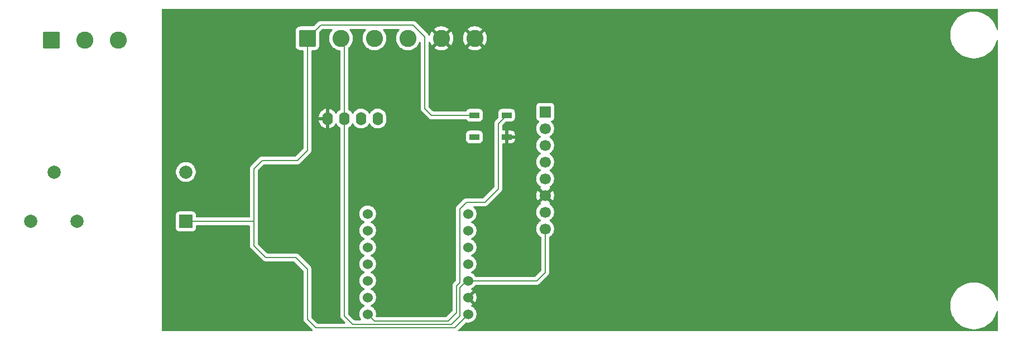
<source format=gtl>
%TF.GenerationSoftware,KiCad,Pcbnew,9.0.2*%
%TF.CreationDate,2025-08-20T17:26:38+02:00*%
%TF.ProjectId,esp32c6-charger,65737033-3263-4362-9d63-686172676572,rev?*%
%TF.SameCoordinates,Original*%
%TF.FileFunction,Copper,L1,Top*%
%TF.FilePolarity,Positive*%
%FSLAX45Y45*%
G04 Gerber Fmt 4.5, Leading zero omitted, Abs format (unit mm)*
G04 Created by KiCad (PCBNEW 9.0.2) date 2025-08-20 17:26:38*
%MOMM*%
%LPD*%
G01*
G04 APERTURE LIST*
G04 Aperture macros list*
%AMRoundRect*
0 Rectangle with rounded corners*
0 $1 Rounding radius*
0 $2 $3 $4 $5 $6 $7 $8 $9 X,Y pos of 4 corners*
0 Add a 4 corners polygon primitive as box body*
4,1,4,$2,$3,$4,$5,$6,$7,$8,$9,$2,$3,0*
0 Add four circle primitives for the rounded corners*
1,1,$1+$1,$2,$3*
1,1,$1+$1,$4,$5*
1,1,$1+$1,$6,$7*
1,1,$1+$1,$8,$9*
0 Add four rect primitives between the rounded corners*
20,1,$1+$1,$2,$3,$4,$5,0*
20,1,$1+$1,$4,$5,$6,$7,0*
20,1,$1+$1,$6,$7,$8,$9,0*
20,1,$1+$1,$8,$9,$2,$3,0*%
G04 Aperture macros list end*
%TA.AperFunction,ComponentPad*%
%ADD10O,1.600000X2.000000*%
%TD*%
%TA.AperFunction,ComponentPad*%
%ADD11R,1.700000X1.700000*%
%TD*%
%TA.AperFunction,ComponentPad*%
%ADD12C,1.700000*%
%TD*%
%TA.AperFunction,SMDPad,CuDef*%
%ADD13RoundRect,0.090000X-0.660000X-0.360000X0.660000X-0.360000X0.660000X0.360000X-0.660000X0.360000X0*%
%TD*%
%TA.AperFunction,ComponentPad*%
%ADD14C,1.524000*%
%TD*%
%TA.AperFunction,ComponentPad*%
%ADD15C,2.000000*%
%TD*%
%TA.AperFunction,ComponentPad*%
%ADD16R,2.000000X2.000000*%
%TD*%
%TA.AperFunction,ComponentPad*%
%ADD17RoundRect,0.250000X-1.050000X-1.050000X1.050000X-1.050000X1.050000X1.050000X-1.050000X1.050000X0*%
%TD*%
%TA.AperFunction,ComponentPad*%
%ADD18C,2.600000*%
%TD*%
%TA.AperFunction,Conductor*%
%ADD19C,0.200000*%
%TD*%
G04 APERTURE END LIST*
D10*
%TO.P,Brd1,1,GND*%
%TO.N,GND*%
X12776200Y-10718800D03*
%TO.P,Brd1,2,VCC*%
%TO.N,VCC*%
X13030200Y-10718800D03*
%TO.P,Brd1,3,SCL*%
%TO.N,/SCL*%
X13284200Y-10718800D03*
%TO.P,Brd1,4,SDA*%
%TO.N,/SDA*%
X13538200Y-10718800D03*
%TD*%
D11*
%TO.P,RFID1,1,SDA*%
%TO.N,/CS*%
X16078200Y-10617200D03*
D12*
%TO.P,RFID1,2,SCK*%
%TO.N,/SCK*%
X16078200Y-10871200D03*
%TO.P,RFID1,3,MOSI*%
%TO.N,/MOSI*%
X16078200Y-11125200D03*
%TO.P,RFID1,4,MISO*%
%TO.N,/MISO*%
X16078200Y-11379200D03*
%TO.P,RFID1,5,IRQ*%
%TO.N,unconnected-(RFID1-IRQ-Pad5)*%
X16078200Y-11633200D03*
%TO.P,RFID1,6,GND*%
%TO.N,GND*%
X16078200Y-11887200D03*
%TO.P,RFID1,7,RST*%
%TO.N,unconnected-(RFID1-RST-Pad7)*%
X16078200Y-12141200D03*
%TO.P,RFID1,8,3\u002C3V*%
%TO.N,VCC*%
X16078200Y-12395200D03*
%TD*%
D13*
%TO.P,D1,1,VDD*%
%TO.N,+5V*%
X15004000Y-10668200D03*
%TO.P,D1,2,DOUT*%
%TO.N,unconnected-(D1-DOUT-Pad2)*%
X15004000Y-10998200D03*
%TO.P,D1,3,VSS*%
%TO.N,GND*%
X15494000Y-10998200D03*
%TO.P,D1,4,DIN*%
%TO.N,Net-(D1-DIN)*%
X15494000Y-10668200D03*
%TD*%
D14*
%TO.P,U1,1,GPIO0/A0/D0*%
%TO.N,Net-(D1-DIN)*%
X13385800Y-13690600D03*
%TO.P,U1,2,GPIO1/A1/D1*%
%TO.N,Net-(D4-K)*%
X13385800Y-13436600D03*
%TO.P,U1,3,GPIO2/A2/D2*%
%TO.N,Net-(U1-GPIO2{slash}A2{slash}D2)*%
X13385800Y-13182600D03*
%TO.P,U1,4,GPIO21/D3*%
%TO.N,Net-(U1-GPIO21{slash}D3)*%
X13385800Y-12928600D03*
%TO.P,U1,5,GPIO22/D4/SDA*%
%TO.N,/SDA*%
X13385800Y-12674600D03*
%TO.P,U1,6,GPIO23/D5/SCL*%
%TO.N,/SCL*%
X13385800Y-12420600D03*
%TO.P,U1,7,GPIO16/D6/TX*%
%TO.N,unconnected-(U1-GPIO16{slash}D6{slash}TX-Pad7)*%
X13385800Y-12166600D03*
%TO.P,U1,8,GPIO17/D7/RX*%
%TO.N,/CS*%
X14909800Y-12166600D03*
%TO.P,U1,9,GPIO19/D8/SCK*%
%TO.N,/SCK*%
X14909800Y-12420600D03*
%TO.P,U1,10,GPIO20/D9/MISO*%
%TO.N,/MISO*%
X14909800Y-12674600D03*
%TO.P,U1,11,GPIO18/D10/MOSI*%
%TO.N,/MOSI*%
X14909800Y-12928600D03*
%TO.P,U1,12,3V3*%
%TO.N,VCC*%
X14909800Y-13182600D03*
%TO.P,U1,13,GND*%
%TO.N,GND*%
X14909800Y-13436600D03*
%TO.P,U1,14,VBUS*%
%TO.N,+5V*%
X14909800Y-13690600D03*
%TD*%
D15*
%TO.P,K1,11*%
%TO.N,Net-(J2-Pin_1)*%
X8627150Y-11531350D03*
%TO.P,K1,12*%
%TO.N,Net-(J2-Pin_3)*%
X8977150Y-12281350D03*
%TO.P,K1,14*%
%TO.N,Net-(J2-Pin_2)*%
X8277150Y-12281350D03*
D16*
%TO.P,K1,A1*%
%TO.N,+5V*%
X10627150Y-12281350D03*
D15*
%TO.P,K1,A2*%
%TO.N,Net-(D3-K)*%
X10627150Y-11531350D03*
%TD*%
D17*
%TO.P,J1,1,Pin_1*%
%TO.N,+5V*%
X12471400Y-9499600D03*
D18*
%TO.P,J1,2,Pin_2*%
%TO.N,VCC*%
X12979400Y-9499600D03*
%TO.P,J1,3,Pin_3*%
%TO.N,Net-(D2-K)*%
X13487400Y-9499600D03*
%TO.P,J1,4,Pin_4*%
%TO.N,Net-(D4-K)*%
X13995400Y-9499600D03*
%TO.P,J1,5,Pin_5*%
%TO.N,GND*%
X14503400Y-9499600D03*
%TO.P,J1,6,Pin_6*%
X15011400Y-9499600D03*
%TD*%
D17*
%TO.P,J2,1,Pin_1*%
%TO.N,Net-(J2-Pin_1)*%
X8585200Y-9525000D03*
D18*
%TO.P,J2,2,Pin_2*%
%TO.N,Net-(J2-Pin_2)*%
X9093200Y-9525000D03*
%TO.P,J2,3,Pin_3*%
%TO.N,Net-(J2-Pin_3)*%
X9601200Y-9525000D03*
%TD*%
D19*
%TO.N,VCC*%
X16078200Y-13055600D02*
X16078200Y-12395200D01*
X14655800Y-13843000D02*
X14782800Y-13716000D01*
X14782800Y-13284200D02*
X14884400Y-13182600D01*
X14782800Y-13716000D02*
X14782800Y-13284200D01*
X13030200Y-10718800D02*
X13030200Y-13716000D01*
X15951200Y-13182600D02*
X16078200Y-13055600D01*
X14884400Y-13182600D02*
X15036800Y-13182600D01*
X13157200Y-13843000D02*
X14655800Y-13843000D01*
X15036800Y-13182600D02*
X14909800Y-13182600D01*
X13030200Y-9550400D02*
X13030200Y-10718800D01*
X12979400Y-9499600D02*
X13030200Y-9550400D01*
X14909800Y-13182600D02*
X15951200Y-13182600D01*
X13030200Y-13716000D02*
X13157200Y-13843000D01*
%TO.N,Net-(J2-Pin_2)*%
X8293550Y-12281350D02*
X8305800Y-12293600D01*
X8277150Y-12281350D02*
X8293550Y-12281350D01*
%TO.N,Net-(J2-Pin_1)*%
X8585200Y-11489400D02*
X8627150Y-11531350D01*
%TO.N,+5V*%
X12471400Y-13004800D02*
X12293600Y-12827000D01*
X11658600Y-12115800D02*
X11658600Y-11480800D01*
X10627150Y-12281350D02*
X11658600Y-12281350D01*
X12471400Y-11201400D02*
X12471400Y-9499600D01*
X12319000Y-11353800D02*
X12471400Y-11201400D01*
X14909800Y-13690600D02*
X14706600Y-13893800D01*
X12471400Y-13766800D02*
X12471400Y-13004800D01*
X12598400Y-13893800D02*
X12471400Y-13766800D01*
X14071600Y-9296400D02*
X14249400Y-9474200D01*
X11658600Y-11480800D02*
X11785600Y-11353800D01*
X12293600Y-12827000D02*
X11836400Y-12827000D01*
X14249400Y-10566400D02*
X14351200Y-10668200D01*
X12471400Y-9499600D02*
X12674600Y-9296400D01*
X11836400Y-12827000D02*
X11658600Y-12649200D01*
X11658600Y-12649200D02*
X11658600Y-12115800D01*
X11658600Y-12281350D02*
X11658600Y-12115800D01*
X14351200Y-10668200D02*
X15004000Y-10668200D01*
X14249400Y-9474200D02*
X14249400Y-10566400D01*
X14706600Y-13893800D02*
X12598400Y-13893800D01*
X12674600Y-9296400D02*
X14071600Y-9296400D01*
X11785600Y-11353800D02*
X12319000Y-11353800D01*
%TO.N,Net-(D1-DIN)*%
X15494000Y-10668200D02*
X15367000Y-10795200D01*
X14782800Y-12090400D02*
X14782800Y-13208000D01*
X14732000Y-13258800D02*
X14732000Y-13665200D01*
X14732000Y-13665200D02*
X14605000Y-13792200D01*
X14782800Y-13208000D02*
X14732000Y-13258800D01*
X15367000Y-10795200D02*
X15367000Y-11785600D01*
X13487400Y-13792200D02*
X13385800Y-13690600D01*
X15367000Y-11785600D02*
X15163800Y-11988800D01*
X14605000Y-13792200D02*
X13487400Y-13792200D01*
X14884400Y-11988800D02*
X14782800Y-12090400D01*
X15163800Y-11988800D02*
X14884400Y-11988800D01*
%TD*%
%TA.AperFunction,Conductor*%
%TO.N,GND*%
G36*
X22944254Y-9052019D02*
G01*
X22948829Y-9057299D01*
X22949950Y-9062450D01*
X22949950Y-9360743D01*
X22947981Y-9367447D01*
X22942701Y-9372022D01*
X22935785Y-9373017D01*
X22929430Y-9370114D01*
X22925652Y-9364237D01*
X22925388Y-9363162D01*
X22925201Y-9362219D01*
X22925200Y-9362218D01*
X22925200Y-9362218D01*
X22925200Y-9362218D01*
X22915049Y-9328754D01*
X22901667Y-9296447D01*
X22885183Y-9265607D01*
X22865755Y-9236531D01*
X22843571Y-9209500D01*
X22843571Y-9209500D01*
X22843570Y-9209499D01*
X22818844Y-9184773D01*
X22791813Y-9162589D01*
X22791813Y-9162589D01*
X22791812Y-9162589D01*
X22762737Y-9143161D01*
X22762736Y-9143160D01*
X22762735Y-9143160D01*
X22731897Y-9126677D01*
X22731897Y-9126676D01*
X22699589Y-9113294D01*
X22666125Y-9103143D01*
X22666124Y-9103143D01*
X22631829Y-9096321D01*
X22631828Y-9096321D01*
X22605511Y-9093729D01*
X22597028Y-9092894D01*
X22562059Y-9092894D01*
X22554213Y-9093666D01*
X22527259Y-9096321D01*
X22527257Y-9096321D01*
X22492963Y-9103143D01*
X22492962Y-9103143D01*
X22459497Y-9113294D01*
X22427190Y-9126676D01*
X22427190Y-9126677D01*
X22396351Y-9143160D01*
X22396350Y-9143161D01*
X22367275Y-9162588D01*
X22367274Y-9162589D01*
X22340243Y-9184773D01*
X22315517Y-9209499D01*
X22293332Y-9236531D01*
X22293331Y-9236532D01*
X22273905Y-9265606D01*
X22273904Y-9265608D01*
X22257420Y-9296446D01*
X22257420Y-9296447D01*
X22244038Y-9328754D01*
X22233886Y-9362218D01*
X22233886Y-9362220D01*
X22227065Y-9396514D01*
X22227064Y-9396516D01*
X22224772Y-9419795D01*
X22223637Y-9431315D01*
X22223637Y-9434457D01*
X22223637Y-9466285D01*
X22224667Y-9476746D01*
X22227064Y-9501084D01*
X22227065Y-9501086D01*
X22233886Y-9535380D01*
X22233886Y-9535382D01*
X22244038Y-9568846D01*
X22248402Y-9579383D01*
X22255628Y-9596828D01*
X22257420Y-9601153D01*
X22257420Y-9601154D01*
X22273904Y-9631992D01*
X22273905Y-9631994D01*
X22293331Y-9661068D01*
X22293332Y-9661069D01*
X22315517Y-9688101D01*
X22340243Y-9712827D01*
X22340243Y-9712827D01*
X22340243Y-9712827D01*
X22367275Y-9735012D01*
X22396350Y-9754439D01*
X22396351Y-9754440D01*
X22396351Y-9754440D01*
X22427190Y-9770923D01*
X22427190Y-9770923D01*
X22427190Y-9770924D01*
X22459498Y-9784306D01*
X22492961Y-9794457D01*
X22492962Y-9794457D01*
X22492962Y-9794457D01*
X22492963Y-9794457D01*
X22514469Y-9798735D01*
X22527258Y-9801279D01*
X22562059Y-9804707D01*
X22562059Y-9804707D01*
X22597028Y-9804707D01*
X22597028Y-9804707D01*
X22631829Y-9801279D01*
X22648805Y-9797902D01*
X22666124Y-9794457D01*
X22666125Y-9794457D01*
X22666125Y-9794457D01*
X22666126Y-9794457D01*
X22699589Y-9784306D01*
X22731897Y-9770924D01*
X22762737Y-9754439D01*
X22791812Y-9735012D01*
X22818844Y-9712827D01*
X22843571Y-9688100D01*
X22865755Y-9661069D01*
X22885183Y-9631993D01*
X22901667Y-9601153D01*
X22915049Y-9568846D01*
X22925200Y-9535383D01*
X22925388Y-9534438D01*
X22928627Y-9528247D01*
X22934698Y-9524789D01*
X22941675Y-9525163D01*
X22947342Y-9529250D01*
X22949901Y-9535752D01*
X22949950Y-9536857D01*
X22949950Y-13475543D01*
X22947981Y-13482247D01*
X22942701Y-13486822D01*
X22935785Y-13487817D01*
X22929430Y-13484914D01*
X22925652Y-13479036D01*
X22925388Y-13477962D01*
X22925201Y-13477019D01*
X22925200Y-13477018D01*
X22925200Y-13477018D01*
X22925200Y-13477017D01*
X22915049Y-13443554D01*
X22901667Y-13411247D01*
X22901083Y-13410154D01*
X22885183Y-13380408D01*
X22885183Y-13380408D01*
X22885183Y-13380407D01*
X22865755Y-13351331D01*
X22843571Y-13324300D01*
X22843571Y-13324299D01*
X22843570Y-13324299D01*
X22818844Y-13299573D01*
X22791813Y-13277389D01*
X22791813Y-13277389D01*
X22791812Y-13277388D01*
X22762737Y-13257961D01*
X22762736Y-13257960D01*
X22762735Y-13257960D01*
X22731897Y-13241477D01*
X22731897Y-13241476D01*
X22699589Y-13228094D01*
X22666125Y-13217943D01*
X22666124Y-13217943D01*
X22631829Y-13211121D01*
X22631828Y-13211121D01*
X22605511Y-13208529D01*
X22597028Y-13207693D01*
X22562059Y-13207693D01*
X22554213Y-13208466D01*
X22527259Y-13211121D01*
X22527257Y-13211121D01*
X22492963Y-13217943D01*
X22492962Y-13217943D01*
X22459497Y-13228094D01*
X22427190Y-13241476D01*
X22427190Y-13241477D01*
X22396351Y-13257960D01*
X22396350Y-13257961D01*
X22367275Y-13277388D01*
X22367274Y-13277389D01*
X22340243Y-13299573D01*
X22315517Y-13324299D01*
X22293332Y-13351330D01*
X22293331Y-13351332D01*
X22273905Y-13380406D01*
X22273904Y-13380408D01*
X22257420Y-13411246D01*
X22257420Y-13411247D01*
X22244038Y-13443554D01*
X22233886Y-13477018D01*
X22233886Y-13477019D01*
X22227065Y-13511314D01*
X22227064Y-13511316D01*
X22223637Y-13546116D01*
X22223637Y-13581084D01*
X22227064Y-13615884D01*
X22227065Y-13615886D01*
X22233886Y-13650180D01*
X22233886Y-13650181D01*
X22244038Y-13683646D01*
X22253500Y-13706491D01*
X22255628Y-13711628D01*
X22257420Y-13715953D01*
X22257420Y-13715954D01*
X22273904Y-13746792D01*
X22273905Y-13746794D01*
X22293331Y-13775868D01*
X22293332Y-13775869D01*
X22315517Y-13802901D01*
X22340243Y-13827627D01*
X22340243Y-13827627D01*
X22340243Y-13827627D01*
X22367275Y-13849811D01*
X22396350Y-13869239D01*
X22396351Y-13869240D01*
X22396351Y-13869240D01*
X22427190Y-13885723D01*
X22427190Y-13885723D01*
X22427190Y-13885724D01*
X22459498Y-13899106D01*
X22492961Y-13909257D01*
X22492962Y-13909257D01*
X22492962Y-13909257D01*
X22492963Y-13909257D01*
X22514469Y-13913535D01*
X22527258Y-13916079D01*
X22562059Y-13919506D01*
X22562059Y-13919506D01*
X22597028Y-13919506D01*
X22597028Y-13919506D01*
X22631829Y-13916079D01*
X22648805Y-13912702D01*
X22666124Y-13909257D01*
X22666125Y-13909257D01*
X22666125Y-13909257D01*
X22666126Y-13909257D01*
X22699589Y-13899106D01*
X22731897Y-13885724D01*
X22762737Y-13869239D01*
X22791812Y-13849811D01*
X22818844Y-13827627D01*
X22843571Y-13802900D01*
X22865755Y-13775869D01*
X22885183Y-13746793D01*
X22901667Y-13715953D01*
X22915049Y-13683646D01*
X22925200Y-13650182D01*
X22925388Y-13649238D01*
X22928627Y-13643047D01*
X22934698Y-13639589D01*
X22941675Y-13639963D01*
X22947342Y-13644050D01*
X22949901Y-13650552D01*
X22949950Y-13651657D01*
X22949950Y-13937550D01*
X22947981Y-13944254D01*
X22942701Y-13948829D01*
X22937550Y-13949950D01*
X14765310Y-13949950D01*
X14758606Y-13947981D01*
X14754030Y-13942701D01*
X14753036Y-13935785D01*
X14755938Y-13929430D01*
X14756541Y-13928782D01*
X14799600Y-13885723D01*
X14868347Y-13816976D01*
X14874479Y-13813628D01*
X14879752Y-13813684D01*
X14879755Y-13813665D01*
X14879884Y-13813685D01*
X14880010Y-13813687D01*
X14880235Y-13813741D01*
X14880236Y-13813741D01*
X14899864Y-13816850D01*
X14899864Y-13816850D01*
X14919736Y-13816850D01*
X14919736Y-13816850D01*
X14939364Y-13813741D01*
X14958263Y-13807600D01*
X14975969Y-13798579D01*
X14992046Y-13786898D01*
X15006098Y-13772846D01*
X15017779Y-13756769D01*
X15026800Y-13739063D01*
X15032941Y-13720164D01*
X15036050Y-13700536D01*
X15036050Y-13680664D01*
X15032941Y-13661036D01*
X15027392Y-13643958D01*
X15026801Y-13642137D01*
X15026800Y-13642137D01*
X15017779Y-13624430D01*
X15011571Y-13615886D01*
X15006098Y-13608354D01*
X14992046Y-13594302D01*
X14975969Y-13582621D01*
X14960267Y-13574620D01*
X14955187Y-13569823D01*
X14953508Y-13563041D01*
X14955761Y-13556427D01*
X14960267Y-13552523D01*
X14975942Y-13544536D01*
X14979671Y-13541827D01*
X14918209Y-13480365D01*
X14926957Y-13478021D01*
X14937093Y-13472169D01*
X14945369Y-13463893D01*
X14951221Y-13453757D01*
X14953565Y-13445009D01*
X15015027Y-13506471D01*
X15017736Y-13502742D01*
X15026754Y-13485044D01*
X15032892Y-13466152D01*
X15032892Y-13466152D01*
X15036000Y-13446532D01*
X15036000Y-13426668D01*
X15032892Y-13407048D01*
X15032892Y-13407048D01*
X15026754Y-13388156D01*
X15017736Y-13370457D01*
X15015027Y-13366728D01*
X14953565Y-13428190D01*
X14951221Y-13419443D01*
X14945369Y-13409307D01*
X14937093Y-13401031D01*
X14926957Y-13395179D01*
X14918209Y-13392835D01*
X14979671Y-13331373D01*
X14975943Y-13328664D01*
X14960267Y-13320676D01*
X14955187Y-13315879D01*
X14953508Y-13309097D01*
X14955761Y-13302483D01*
X14960267Y-13298580D01*
X14975969Y-13290579D01*
X14992046Y-13278898D01*
X15006098Y-13264846D01*
X15017779Y-13248769D01*
X15017779Y-13248769D01*
X15017900Y-13248571D01*
X15017966Y-13248512D01*
X15018065Y-13248375D01*
X15018094Y-13248396D01*
X15023081Y-13243884D01*
X15028473Y-13242650D01*
X15942533Y-13242650D01*
X15942535Y-13242650D01*
X15943294Y-13242650D01*
X15959105Y-13242650D01*
X15959106Y-13242650D01*
X15974378Y-13238558D01*
X15974379Y-13238557D01*
X15974379Y-13238557D01*
X15974379Y-13238557D01*
X15979464Y-13235622D01*
X15979464Y-13235621D01*
X15988072Y-13230652D01*
X15999252Y-13219472D01*
X15999252Y-13219471D01*
X16000272Y-13218451D01*
X16000273Y-13218451D01*
X16115071Y-13103652D01*
X16115072Y-13103652D01*
X16126252Y-13092472D01*
X16131264Y-13083790D01*
X16134158Y-13078778D01*
X16138250Y-13063506D01*
X16138250Y-13047694D01*
X16138250Y-12523772D01*
X16140218Y-12517068D01*
X16145021Y-12512723D01*
X16148981Y-12510705D01*
X16148981Y-12510705D01*
X16148982Y-12510705D01*
X16159798Y-12502847D01*
X16166179Y-12498211D01*
X16166179Y-12498211D01*
X16166179Y-12498210D01*
X16181210Y-12483179D01*
X16181211Y-12483179D01*
X16181211Y-12483179D01*
X16193705Y-12465982D01*
X16193705Y-12465982D01*
X16193705Y-12465982D01*
X16203356Y-12447041D01*
X16209925Y-12426824D01*
X16213250Y-12405829D01*
X16213250Y-12384571D01*
X16209925Y-12363576D01*
X16203356Y-12343359D01*
X16193705Y-12324418D01*
X16193705Y-12324418D01*
X16193705Y-12324418D01*
X16181211Y-12307221D01*
X16166179Y-12292189D01*
X16148982Y-12279695D01*
X16148911Y-12279659D01*
X16148105Y-12279248D01*
X16143026Y-12274451D01*
X16141346Y-12267669D01*
X16143600Y-12261056D01*
X16148105Y-12257151D01*
X16148982Y-12256705D01*
X16159798Y-12248847D01*
X16166179Y-12244211D01*
X16166179Y-12244211D01*
X16166179Y-12244210D01*
X16181210Y-12229179D01*
X16181211Y-12229179D01*
X16181211Y-12229179D01*
X16193705Y-12211982D01*
X16193705Y-12211982D01*
X16193705Y-12211982D01*
X16203356Y-12193041D01*
X16209925Y-12172824D01*
X16213250Y-12151829D01*
X16213250Y-12130571D01*
X16209925Y-12109576D01*
X16203356Y-12089359D01*
X16193705Y-12070418D01*
X16193705Y-12070418D01*
X16193705Y-12070418D01*
X16181211Y-12053221D01*
X16166179Y-12038189D01*
X16148982Y-12025695D01*
X16148050Y-12025220D01*
X16142971Y-12020423D01*
X16141291Y-12013641D01*
X16143545Y-12007027D01*
X16148051Y-12003123D01*
X16148955Y-12002662D01*
X16154372Y-11998727D01*
X16154372Y-11998727D01*
X16091141Y-11935496D01*
X16097499Y-11933792D01*
X16108901Y-11927210D01*
X16118210Y-11917901D01*
X16124792Y-11906499D01*
X16126496Y-11900141D01*
X16189727Y-11963372D01*
X16189727Y-11963372D01*
X16193662Y-11957955D01*
X16203309Y-11939022D01*
X16209876Y-11918813D01*
X16209876Y-11918813D01*
X16213200Y-11897825D01*
X16213200Y-11876575D01*
X16209876Y-11855587D01*
X16209876Y-11855587D01*
X16203309Y-11835378D01*
X16193662Y-11816445D01*
X16189727Y-11811028D01*
X16189727Y-11811028D01*
X16126496Y-11874259D01*
X16124792Y-11867901D01*
X16118210Y-11856499D01*
X16108901Y-11847190D01*
X16097499Y-11840607D01*
X16091141Y-11838904D01*
X16154372Y-11775673D01*
X16148955Y-11771737D01*
X16148955Y-11771737D01*
X16148050Y-11771276D01*
X16142971Y-11766479D01*
X16141291Y-11759697D01*
X16143545Y-11753083D01*
X16148051Y-11749179D01*
X16148982Y-11748705D01*
X16156901Y-11742951D01*
X16166179Y-11736211D01*
X16166179Y-11736211D01*
X16166179Y-11736210D01*
X16181210Y-11721179D01*
X16181211Y-11721179D01*
X16181211Y-11721179D01*
X16193705Y-11703982D01*
X16193705Y-11703982D01*
X16193705Y-11703982D01*
X16203356Y-11685041D01*
X16209925Y-11664824D01*
X16213250Y-11643829D01*
X16213250Y-11622571D01*
X16209925Y-11601576D01*
X16203356Y-11581359D01*
X16193705Y-11562418D01*
X16193705Y-11562418D01*
X16193705Y-11562418D01*
X16181211Y-11545221D01*
X16166179Y-11530189D01*
X16148982Y-11517695D01*
X16148911Y-11517659D01*
X16148105Y-11517248D01*
X16143026Y-11512451D01*
X16141346Y-11505669D01*
X16143600Y-11499056D01*
X16148105Y-11495151D01*
X16148982Y-11494705D01*
X16155862Y-11489706D01*
X16166179Y-11482211D01*
X16166179Y-11482211D01*
X16166179Y-11482210D01*
X16181210Y-11467179D01*
X16181211Y-11467179D01*
X16181211Y-11467179D01*
X16193705Y-11449982D01*
X16193705Y-11449982D01*
X16193705Y-11449982D01*
X16203356Y-11431041D01*
X16209925Y-11410824D01*
X16213250Y-11389829D01*
X16213250Y-11368571D01*
X16209925Y-11347576D01*
X16203356Y-11327359D01*
X16193705Y-11308418D01*
X16193705Y-11308418D01*
X16193705Y-11308418D01*
X16181211Y-11291221D01*
X16166179Y-11276189D01*
X16148982Y-11263695D01*
X16148911Y-11263659D01*
X16148105Y-11263248D01*
X16143026Y-11258451D01*
X16141346Y-11251669D01*
X16143600Y-11245056D01*
X16148105Y-11241151D01*
X16148982Y-11240705D01*
X16152331Y-11238272D01*
X16166179Y-11228211D01*
X16166179Y-11228211D01*
X16166179Y-11228210D01*
X16181210Y-11213179D01*
X16181211Y-11213179D01*
X16181211Y-11213179D01*
X16193705Y-11195982D01*
X16193705Y-11195982D01*
X16193705Y-11195982D01*
X16203356Y-11177041D01*
X16209925Y-11156824D01*
X16213250Y-11135829D01*
X16213250Y-11114571D01*
X16209925Y-11093576D01*
X16203356Y-11073359D01*
X16193705Y-11054418D01*
X16193705Y-11054418D01*
X16193705Y-11054418D01*
X16181211Y-11037221D01*
X16166179Y-11022189D01*
X16148982Y-11009695D01*
X16148911Y-11009659D01*
X16148105Y-11009249D01*
X16143026Y-11004451D01*
X16141346Y-10997669D01*
X16143600Y-10991056D01*
X16148105Y-10987152D01*
X16148982Y-10986705D01*
X16151179Y-10985109D01*
X16166179Y-10974211D01*
X16166179Y-10974211D01*
X16166179Y-10974210D01*
X16181210Y-10959179D01*
X16181211Y-10959179D01*
X16181211Y-10959179D01*
X16193705Y-10941982D01*
X16193705Y-10941982D01*
X16193705Y-10941982D01*
X16203356Y-10923041D01*
X16209925Y-10902824D01*
X16213250Y-10881829D01*
X16213250Y-10860571D01*
X16209925Y-10839576D01*
X16203356Y-10819359D01*
X16193705Y-10800418D01*
X16193705Y-10800418D01*
X16193705Y-10800418D01*
X16181211Y-10783221D01*
X16169857Y-10771867D01*
X16166508Y-10765735D01*
X16167007Y-10758766D01*
X16171194Y-10753173D01*
X16174291Y-10751481D01*
X16187433Y-10746580D01*
X16198955Y-10737955D01*
X16207580Y-10726433D01*
X16212609Y-10712948D01*
X16213250Y-10706987D01*
X16213250Y-10527413D01*
X16212609Y-10521452D01*
X16207580Y-10507967D01*
X16207579Y-10507967D01*
X16207579Y-10507966D01*
X16198955Y-10496446D01*
X16198954Y-10496445D01*
X16187433Y-10487821D01*
X16187433Y-10487820D01*
X16173948Y-10482791D01*
X16173948Y-10482791D01*
X16167988Y-10482150D01*
X16167988Y-10482150D01*
X16167987Y-10482150D01*
X16167986Y-10482150D01*
X15988413Y-10482150D01*
X15988412Y-10482150D01*
X15982452Y-10482791D01*
X15968967Y-10487820D01*
X15968966Y-10487821D01*
X15957445Y-10496445D01*
X15957445Y-10496446D01*
X15948821Y-10507966D01*
X15948820Y-10507967D01*
X15943791Y-10521452D01*
X15943150Y-10527412D01*
X15943150Y-10527412D01*
X15943150Y-10527414D01*
X15943150Y-10706987D01*
X15943150Y-10706988D01*
X15943791Y-10712948D01*
X15948820Y-10726433D01*
X15948821Y-10726434D01*
X15957445Y-10737954D01*
X15957445Y-10737955D01*
X15968966Y-10746579D01*
X15968967Y-10746580D01*
X15982108Y-10751481D01*
X15987702Y-10755668D01*
X15990143Y-10762215D01*
X15988658Y-10769042D01*
X15986543Y-10771867D01*
X15975189Y-10783222D01*
X15962695Y-10800418D01*
X15953044Y-10819359D01*
X15946475Y-10839576D01*
X15943348Y-10859322D01*
X15943150Y-10860571D01*
X15943150Y-10881829D01*
X15946475Y-10902824D01*
X15949008Y-10910620D01*
X15953044Y-10923041D01*
X15962695Y-10941982D01*
X15975189Y-10959179D01*
X15990221Y-10974211D01*
X16007418Y-10986705D01*
X16008295Y-10987152D01*
X16013374Y-10991949D01*
X16015054Y-10998731D01*
X16012800Y-11005345D01*
X16008295Y-11009248D01*
X16007418Y-11009695D01*
X15990221Y-11022189D01*
X15975189Y-11037221D01*
X15962695Y-11054418D01*
X15953044Y-11073359D01*
X15946475Y-11093576D01*
X15943150Y-11114571D01*
X15943150Y-11135829D01*
X15946475Y-11156824D01*
X15953044Y-11177041D01*
X15962695Y-11195982D01*
X15975189Y-11213179D01*
X15990221Y-11228211D01*
X16007418Y-11240705D01*
X16008295Y-11241152D01*
X16013374Y-11245949D01*
X16015054Y-11252731D01*
X16012800Y-11259345D01*
X16008295Y-11263248D01*
X16007418Y-11263695D01*
X15990221Y-11276189D01*
X15975189Y-11291221D01*
X15962695Y-11308418D01*
X15953044Y-11327358D01*
X15946475Y-11347576D01*
X15943150Y-11368571D01*
X15943150Y-11389829D01*
X15943540Y-11392293D01*
X15946306Y-11409758D01*
X15946475Y-11410824D01*
X15948449Y-11416898D01*
X15953044Y-11431041D01*
X15962695Y-11449982D01*
X15975189Y-11467179D01*
X15990221Y-11482211D01*
X16007418Y-11494705D01*
X16008295Y-11495152D01*
X16013374Y-11499949D01*
X16015054Y-11506731D01*
X16012800Y-11513345D01*
X16008295Y-11517248D01*
X16007418Y-11517695D01*
X15990221Y-11530189D01*
X15975189Y-11545221D01*
X15962695Y-11562418D01*
X15953044Y-11581358D01*
X15946475Y-11601576D01*
X15943150Y-11622571D01*
X15943150Y-11643829D01*
X15943462Y-11645802D01*
X15946475Y-11664824D01*
X15953044Y-11685041D01*
X15962695Y-11703982D01*
X15975189Y-11721179D01*
X15990221Y-11736211D01*
X16007418Y-11748705D01*
X16007418Y-11748705D01*
X16007418Y-11748705D01*
X16008349Y-11749179D01*
X16013429Y-11753977D01*
X16015109Y-11760759D01*
X16012855Y-11767372D01*
X16008350Y-11771276D01*
X16007445Y-11771738D01*
X16007444Y-11771738D01*
X16002028Y-11775673D01*
X16002028Y-11775673D01*
X16065259Y-11838904D01*
X16058901Y-11840607D01*
X16047499Y-11847190D01*
X16038190Y-11856499D01*
X16031607Y-11867901D01*
X16029904Y-11874259D01*
X15966673Y-11811028D01*
X15966673Y-11811028D01*
X15962738Y-11816444D01*
X15953090Y-11835378D01*
X15946524Y-11855587D01*
X15946524Y-11855587D01*
X15943200Y-11876575D01*
X15943200Y-11897825D01*
X15946524Y-11918813D01*
X15946524Y-11918813D01*
X15953090Y-11939022D01*
X15962737Y-11957955D01*
X15966673Y-11963372D01*
X16029904Y-11900141D01*
X16031607Y-11906499D01*
X16038190Y-11917901D01*
X16047499Y-11927210D01*
X16058901Y-11933792D01*
X16065259Y-11935496D01*
X16002028Y-11998727D01*
X16002028Y-11998727D01*
X16007445Y-12002663D01*
X16007445Y-12002663D01*
X16008349Y-12003123D01*
X16013429Y-12007921D01*
X16015109Y-12014703D01*
X16012855Y-12021316D01*
X16008350Y-12025220D01*
X16007418Y-12025695D01*
X15990221Y-12038189D01*
X15975189Y-12053221D01*
X15962695Y-12070418D01*
X15953044Y-12089358D01*
X15946475Y-12109576D01*
X15943150Y-12130571D01*
X15943150Y-12151829D01*
X15946123Y-12170602D01*
X15946475Y-12172824D01*
X15947690Y-12176563D01*
X15953044Y-12193041D01*
X15962695Y-12211982D01*
X15975189Y-12229179D01*
X15990221Y-12244211D01*
X16007418Y-12256705D01*
X16008295Y-12257152D01*
X16013374Y-12261949D01*
X16015054Y-12268731D01*
X16012800Y-12275345D01*
X16008295Y-12279248D01*
X16007418Y-12279695D01*
X15990221Y-12292189D01*
X15975189Y-12307221D01*
X15962695Y-12324418D01*
X15953044Y-12343358D01*
X15953044Y-12343359D01*
X15953044Y-12343359D01*
X15951830Y-12347096D01*
X15946475Y-12363576D01*
X15943150Y-12384571D01*
X15943150Y-12405829D01*
X15946302Y-12425729D01*
X15946475Y-12426824D01*
X15947962Y-12431400D01*
X15953044Y-12447041D01*
X15962695Y-12465982D01*
X15975189Y-12483179D01*
X15990221Y-12498211D01*
X16007418Y-12510705D01*
X16007418Y-12510705D01*
X16011379Y-12512723D01*
X16016459Y-12517521D01*
X16018150Y-12523772D01*
X16018150Y-13025590D01*
X16016181Y-13032294D01*
X16014518Y-13034358D01*
X15929958Y-13118918D01*
X15923826Y-13122267D01*
X15921190Y-13122550D01*
X15028473Y-13122550D01*
X15021769Y-13120581D01*
X15018081Y-13116813D01*
X15018065Y-13116825D01*
X15017987Y-13116718D01*
X15017900Y-13116628D01*
X15017779Y-13116431D01*
X15017779Y-13116430D01*
X15006098Y-13100354D01*
X14992046Y-13086302D01*
X14975969Y-13074621D01*
X14960322Y-13066648D01*
X14955242Y-13061851D01*
X14953563Y-13055069D01*
X14955816Y-13048455D01*
X14960322Y-13044551D01*
X14975969Y-13036579D01*
X14992046Y-13024898D01*
X15006098Y-13010846D01*
X15017779Y-12994769D01*
X15026800Y-12977063D01*
X15032941Y-12958164D01*
X15036050Y-12938536D01*
X15036050Y-12918664D01*
X15032941Y-12899036D01*
X15029686Y-12889018D01*
X15026801Y-12880137D01*
X15026800Y-12880137D01*
X15017779Y-12862430D01*
X15006098Y-12846354D01*
X14992046Y-12832302D01*
X14975969Y-12820621D01*
X14960322Y-12812648D01*
X14955242Y-12807851D01*
X14953563Y-12801069D01*
X14955816Y-12794455D01*
X14960322Y-12790551D01*
X14975969Y-12782579D01*
X14992046Y-12770898D01*
X15006098Y-12756846D01*
X15017779Y-12740769D01*
X15026800Y-12723063D01*
X15032941Y-12704164D01*
X15036050Y-12684536D01*
X15036050Y-12664664D01*
X15032941Y-12645036D01*
X15029871Y-12635587D01*
X15026801Y-12626137D01*
X15026800Y-12626137D01*
X15017779Y-12608430D01*
X15006098Y-12592354D01*
X14992046Y-12578302D01*
X14975969Y-12566621D01*
X14960322Y-12558648D01*
X14955242Y-12553851D01*
X14953563Y-12547069D01*
X14955816Y-12540455D01*
X14960322Y-12536551D01*
X14975969Y-12528579D01*
X14992046Y-12516898D01*
X15006098Y-12502846D01*
X15017779Y-12486769D01*
X15026800Y-12469063D01*
X15032941Y-12450164D01*
X15036050Y-12430536D01*
X15036050Y-12410664D01*
X15032941Y-12391036D01*
X15026800Y-12372137D01*
X15026800Y-12372137D01*
X15017779Y-12354430D01*
X15017320Y-12353800D01*
X15006098Y-12338354D01*
X14992046Y-12324302D01*
X14975969Y-12312621D01*
X14960322Y-12304648D01*
X14955242Y-12299851D01*
X14953563Y-12293069D01*
X14955816Y-12286455D01*
X14960322Y-12282551D01*
X14975969Y-12274579D01*
X14992046Y-12262898D01*
X15006098Y-12248846D01*
X15017779Y-12232769D01*
X15026800Y-12215063D01*
X15032941Y-12196164D01*
X15036050Y-12176536D01*
X15036050Y-12156664D01*
X15032941Y-12137036D01*
X15026800Y-12118137D01*
X15026800Y-12118137D01*
X15017779Y-12100430D01*
X15006098Y-12084354D01*
X14992046Y-12070302D01*
X14991763Y-12070018D01*
X14988414Y-12063886D01*
X14988912Y-12056917D01*
X14993100Y-12051323D01*
X14999646Y-12048882D01*
X15000531Y-12048850D01*
X15155133Y-12048850D01*
X15155135Y-12048850D01*
X15155894Y-12048850D01*
X15171705Y-12048850D01*
X15171706Y-12048850D01*
X15186978Y-12044758D01*
X15194613Y-12040350D01*
X15200672Y-12036852D01*
X15211852Y-12025672D01*
X15211852Y-12025671D01*
X15212872Y-12024651D01*
X15212873Y-12024651D01*
X15403871Y-11833652D01*
X15403872Y-11833652D01*
X15415052Y-11822472D01*
X15420064Y-11813790D01*
X15422958Y-11808778D01*
X15427050Y-11793506D01*
X15427050Y-11777694D01*
X15427050Y-11776935D01*
X15427050Y-11776933D01*
X15427050Y-11105600D01*
X15429018Y-11098896D01*
X15434299Y-11094321D01*
X15439450Y-11093200D01*
X15469000Y-11093200D01*
X15519000Y-11093200D01*
X15563867Y-11093200D01*
X15575402Y-11091681D01*
X15575402Y-11091681D01*
X15589754Y-11085737D01*
X15589754Y-11085737D01*
X15602079Y-11076279D01*
X15611537Y-11063954D01*
X15611537Y-11063954D01*
X15617481Y-11049602D01*
X15617481Y-11049602D01*
X15619000Y-11038067D01*
X15619000Y-11023200D01*
X15519000Y-11023200D01*
X15519000Y-11093200D01*
X15469000Y-11093200D01*
X15469000Y-10973200D01*
X15519000Y-10973200D01*
X15619000Y-10973200D01*
X15619000Y-10958333D01*
X15617481Y-10946798D01*
X15617481Y-10946798D01*
X15611537Y-10932446D01*
X15611537Y-10932446D01*
X15602079Y-10920121D01*
X15589754Y-10910663D01*
X15575402Y-10904719D01*
X15575402Y-10904719D01*
X15563867Y-10903200D01*
X15519000Y-10903200D01*
X15519000Y-10973200D01*
X15469000Y-10973200D01*
X15469000Y-10903200D01*
X15439450Y-10903200D01*
X15432746Y-10901232D01*
X15428171Y-10895951D01*
X15427050Y-10890800D01*
X15427050Y-10825210D01*
X15429018Y-10818506D01*
X15430681Y-10816442D01*
X15480242Y-10766882D01*
X15486374Y-10763533D01*
X15489010Y-10763250D01*
X15563870Y-10763250D01*
X15575414Y-10761730D01*
X15575415Y-10761730D01*
X15575415Y-10761730D01*
X15589780Y-10755780D01*
X15602115Y-10746315D01*
X15611580Y-10733980D01*
X15617530Y-10719615D01*
X15619050Y-10708070D01*
X15619050Y-10628330D01*
X15619050Y-10628330D01*
X15619050Y-10628330D01*
X15617530Y-10616786D01*
X15617530Y-10616785D01*
X15617530Y-10616785D01*
X15611580Y-10602420D01*
X15602115Y-10590085D01*
X15589780Y-10580620D01*
X15589779Y-10580620D01*
X15575415Y-10574670D01*
X15575415Y-10574670D01*
X15563870Y-10573150D01*
X15424130Y-10573150D01*
X15412586Y-10574670D01*
X15412585Y-10574670D01*
X15398220Y-10580620D01*
X15398220Y-10580620D01*
X15398220Y-10580620D01*
X15385885Y-10590085D01*
X15378552Y-10599642D01*
X15376420Y-10602421D01*
X15370470Y-10616785D01*
X15370470Y-10616785D01*
X15368950Y-10628330D01*
X15368950Y-10703190D01*
X15366981Y-10709894D01*
X15365318Y-10711958D01*
X15330129Y-10747148D01*
X15318948Y-10758328D01*
X15318948Y-10758328D01*
X15318948Y-10758328D01*
X15314408Y-10766191D01*
X15314408Y-10766191D01*
X15311042Y-10772021D01*
X15311042Y-10772021D01*
X15308996Y-10779658D01*
X15306950Y-10787294D01*
X15306950Y-10787295D01*
X15306950Y-10804105D01*
X15306950Y-10804106D01*
X15306950Y-11755590D01*
X15304981Y-11762294D01*
X15303318Y-11764358D01*
X15142558Y-11925118D01*
X15136426Y-11928467D01*
X15133790Y-11928750D01*
X14893067Y-11928750D01*
X14893065Y-11928750D01*
X14892306Y-11928750D01*
X14876494Y-11928750D01*
X14865759Y-11931626D01*
X14861221Y-11932842D01*
X14861221Y-11932842D01*
X14856210Y-11935736D01*
X14856209Y-11935736D01*
X14853674Y-11937200D01*
X14847528Y-11940748D01*
X14847528Y-11940748D01*
X14734748Y-12053528D01*
X14734748Y-12053528D01*
X14731103Y-12059842D01*
X14726842Y-12067221D01*
X14722750Y-12082494D01*
X14722750Y-12082494D01*
X14722750Y-12099305D01*
X14722750Y-12099306D01*
X14722750Y-13177990D01*
X14720781Y-13184694D01*
X14719118Y-13186758D01*
X14683948Y-13221928D01*
X14683948Y-13221928D01*
X14680388Y-13228094D01*
X14676042Y-13235621D01*
X14671950Y-13250894D01*
X14671950Y-13250894D01*
X14671950Y-13267705D01*
X14671950Y-13267706D01*
X14671950Y-13635190D01*
X14669981Y-13641894D01*
X14668318Y-13643958D01*
X14583758Y-13728518D01*
X14577626Y-13731867D01*
X14574990Y-13732150D01*
X13521561Y-13732150D01*
X13514857Y-13730181D01*
X13510282Y-13724901D01*
X13509288Y-13717985D01*
X13509314Y-13717810D01*
X13512050Y-13700536D01*
X13512050Y-13680664D01*
X13508941Y-13661036D01*
X13503392Y-13643958D01*
X13502801Y-13642137D01*
X13502800Y-13642137D01*
X13493779Y-13624430D01*
X13487571Y-13615886D01*
X13482098Y-13608354D01*
X13468046Y-13594302D01*
X13451969Y-13582621D01*
X13436322Y-13574648D01*
X13431242Y-13569851D01*
X13429563Y-13563069D01*
X13431816Y-13556455D01*
X13436322Y-13552551D01*
X13451969Y-13544579D01*
X13468046Y-13532898D01*
X13482098Y-13518846D01*
X13493779Y-13502769D01*
X13502800Y-13485063D01*
X13508941Y-13466164D01*
X13512050Y-13446536D01*
X13512050Y-13426664D01*
X13508941Y-13407036D01*
X13502800Y-13388137D01*
X13502800Y-13388137D01*
X13495016Y-13372860D01*
X13493779Y-13370431D01*
X13482098Y-13354354D01*
X13468046Y-13340302D01*
X13451969Y-13328621D01*
X13436322Y-13320648D01*
X13431242Y-13315851D01*
X13429563Y-13309069D01*
X13431816Y-13302455D01*
X13436322Y-13298551D01*
X13451969Y-13290579D01*
X13468046Y-13278898D01*
X13482098Y-13264846D01*
X13493779Y-13248769D01*
X13502800Y-13231063D01*
X13508941Y-13212164D01*
X13512050Y-13192536D01*
X13512050Y-13172664D01*
X13508941Y-13153036D01*
X13502800Y-13134137D01*
X13502800Y-13134137D01*
X13495894Y-13120581D01*
X13493779Y-13116431D01*
X13482098Y-13100354D01*
X13468046Y-13086302D01*
X13451969Y-13074621D01*
X13436322Y-13066648D01*
X13431242Y-13061851D01*
X13429563Y-13055069D01*
X13431816Y-13048455D01*
X13436322Y-13044551D01*
X13451969Y-13036579D01*
X13468046Y-13024898D01*
X13482098Y-13010846D01*
X13493779Y-12994769D01*
X13502800Y-12977063D01*
X13508941Y-12958164D01*
X13512050Y-12938536D01*
X13512050Y-12918664D01*
X13508941Y-12899036D01*
X13505686Y-12889018D01*
X13502801Y-12880137D01*
X13502800Y-12880137D01*
X13493779Y-12862430D01*
X13482098Y-12846354D01*
X13468046Y-12832302D01*
X13451969Y-12820621D01*
X13436322Y-12812648D01*
X13431242Y-12807851D01*
X13429563Y-12801069D01*
X13431816Y-12794455D01*
X13436322Y-12790551D01*
X13451969Y-12782579D01*
X13468046Y-12770898D01*
X13482098Y-12756846D01*
X13493779Y-12740769D01*
X13502800Y-12723063D01*
X13508941Y-12704164D01*
X13512050Y-12684536D01*
X13512050Y-12664664D01*
X13508941Y-12645036D01*
X13505871Y-12635587D01*
X13502801Y-12626137D01*
X13502800Y-12626137D01*
X13493779Y-12608430D01*
X13482098Y-12592354D01*
X13468046Y-12578302D01*
X13451969Y-12566621D01*
X13436322Y-12558648D01*
X13431242Y-12553851D01*
X13429563Y-12547069D01*
X13431816Y-12540455D01*
X13436322Y-12536551D01*
X13451969Y-12528579D01*
X13468046Y-12516898D01*
X13482098Y-12502846D01*
X13493779Y-12486769D01*
X13502800Y-12469063D01*
X13508941Y-12450164D01*
X13512050Y-12430536D01*
X13512050Y-12410664D01*
X13508941Y-12391036D01*
X13502800Y-12372137D01*
X13502800Y-12372137D01*
X13493779Y-12354430D01*
X13493320Y-12353800D01*
X13482098Y-12338354D01*
X13468046Y-12324302D01*
X13451969Y-12312621D01*
X13436322Y-12304648D01*
X13431242Y-12299851D01*
X13429563Y-12293069D01*
X13431816Y-12286455D01*
X13436322Y-12282551D01*
X13451969Y-12274579D01*
X13468046Y-12262898D01*
X13482098Y-12248846D01*
X13493779Y-12232769D01*
X13502800Y-12215063D01*
X13508941Y-12196164D01*
X13512050Y-12176536D01*
X13512050Y-12156664D01*
X13508941Y-12137036D01*
X13502800Y-12118137D01*
X13502800Y-12118137D01*
X13493779Y-12100430D01*
X13482098Y-12084354D01*
X13468046Y-12070302D01*
X13451969Y-12058621D01*
X13448624Y-12056917D01*
X13434263Y-12049599D01*
X13434263Y-12049599D01*
X13415364Y-12043459D01*
X13405550Y-12041904D01*
X13395736Y-12040350D01*
X13375864Y-12040350D01*
X13369321Y-12041386D01*
X13356236Y-12043459D01*
X13337337Y-12049599D01*
X13337337Y-12049599D01*
X13319630Y-12058621D01*
X13303553Y-12070302D01*
X13289502Y-12084353D01*
X13277821Y-12100430D01*
X13268799Y-12118137D01*
X13268799Y-12118137D01*
X13262659Y-12137036D01*
X13260316Y-12151829D01*
X13259550Y-12156664D01*
X13259550Y-12176536D01*
X13261104Y-12186350D01*
X13262659Y-12196164D01*
X13268799Y-12215063D01*
X13268799Y-12215063D01*
X13271406Y-12220179D01*
X13277821Y-12232769D01*
X13289502Y-12248846D01*
X13303554Y-12262898D01*
X13319631Y-12274579D01*
X13321134Y-12275345D01*
X13335278Y-12282551D01*
X13340358Y-12287349D01*
X13342037Y-12294131D01*
X13339783Y-12300745D01*
X13335278Y-12304648D01*
X13319630Y-12312621D01*
X13303553Y-12324302D01*
X13289502Y-12338353D01*
X13277821Y-12354430D01*
X13268799Y-12372137D01*
X13268799Y-12372137D01*
X13262659Y-12391036D01*
X13259550Y-12410664D01*
X13259550Y-12430536D01*
X13262659Y-12450164D01*
X13268799Y-12469063D01*
X13268799Y-12469063D01*
X13275992Y-12483179D01*
X13277821Y-12486769D01*
X13289502Y-12502846D01*
X13303554Y-12516898D01*
X13319631Y-12528579D01*
X13331483Y-12534618D01*
X13335278Y-12536551D01*
X13340358Y-12541349D01*
X13342037Y-12548131D01*
X13339783Y-12554745D01*
X13335278Y-12558648D01*
X13319630Y-12566621D01*
X13303553Y-12578302D01*
X13289502Y-12592353D01*
X13277821Y-12608430D01*
X13268799Y-12626137D01*
X13268799Y-12626137D01*
X13262659Y-12645036D01*
X13259550Y-12664664D01*
X13259550Y-12684536D01*
X13262659Y-12704164D01*
X13268799Y-12723063D01*
X13268799Y-12723063D01*
X13277821Y-12740769D01*
X13289502Y-12756846D01*
X13303554Y-12770898D01*
X13319631Y-12782579D01*
X13331483Y-12788618D01*
X13335278Y-12790551D01*
X13340358Y-12795349D01*
X13342037Y-12802131D01*
X13339783Y-12808745D01*
X13335278Y-12812648D01*
X13319630Y-12820621D01*
X13303553Y-12832302D01*
X13289502Y-12846353D01*
X13277821Y-12862430D01*
X13268799Y-12880137D01*
X13268799Y-12880137D01*
X13262659Y-12899036D01*
X13259550Y-12918664D01*
X13259550Y-12938536D01*
X13262659Y-12958164D01*
X13268799Y-12977063D01*
X13268799Y-12977063D01*
X13271122Y-12981621D01*
X13277821Y-12994769D01*
X13289502Y-13010846D01*
X13303554Y-13024898D01*
X13319631Y-13036579D01*
X13331483Y-13042618D01*
X13335278Y-13044551D01*
X13340358Y-13049349D01*
X13342037Y-13056131D01*
X13339783Y-13062745D01*
X13335278Y-13066648D01*
X13319630Y-13074621D01*
X13303553Y-13086302D01*
X13289502Y-13100353D01*
X13277821Y-13116430D01*
X13268799Y-13134137D01*
X13268799Y-13134137D01*
X13262659Y-13153036D01*
X13259550Y-13172664D01*
X13259550Y-13192536D01*
X13262659Y-13212164D01*
X13268799Y-13231063D01*
X13268799Y-13231063D01*
X13274105Y-13241476D01*
X13277821Y-13248769D01*
X13289502Y-13264846D01*
X13303554Y-13278898D01*
X13319631Y-13290579D01*
X13331365Y-13296558D01*
X13335278Y-13298551D01*
X13340358Y-13303349D01*
X13342037Y-13310131D01*
X13339783Y-13316745D01*
X13335278Y-13320648D01*
X13319630Y-13328621D01*
X13303553Y-13340302D01*
X13289502Y-13354353D01*
X13277821Y-13370430D01*
X13268799Y-13388137D01*
X13268799Y-13388137D01*
X13262659Y-13407036D01*
X13259550Y-13426664D01*
X13259550Y-13446536D01*
X13262659Y-13466164D01*
X13268799Y-13485063D01*
X13268799Y-13485063D01*
X13270202Y-13487817D01*
X13277821Y-13502769D01*
X13289502Y-13518846D01*
X13303554Y-13532898D01*
X13319631Y-13544579D01*
X13331483Y-13550618D01*
X13335278Y-13552551D01*
X13340358Y-13557349D01*
X13342037Y-13564131D01*
X13339783Y-13570745D01*
X13335278Y-13574648D01*
X13319630Y-13582621D01*
X13303553Y-13594302D01*
X13289502Y-13608353D01*
X13277821Y-13624430D01*
X13268799Y-13642137D01*
X13268799Y-13642137D01*
X13262659Y-13661036D01*
X13259550Y-13680664D01*
X13259550Y-13700536D01*
X13262659Y-13720164D01*
X13268799Y-13739063D01*
X13268799Y-13739063D01*
X13277821Y-13756770D01*
X13282538Y-13763261D01*
X13284886Y-13769842D01*
X13283303Y-13776647D01*
X13278293Y-13781517D01*
X13272506Y-13782950D01*
X13187210Y-13782950D01*
X13180506Y-13780981D01*
X13178442Y-13779318D01*
X13093882Y-13694758D01*
X13090533Y-13688626D01*
X13090250Y-13685990D01*
X13090250Y-10958330D01*
X14878950Y-10958330D01*
X14878950Y-11038070D01*
X14880470Y-11049614D01*
X14880470Y-11049615D01*
X14886409Y-11063954D01*
X14886420Y-11063980D01*
X14895885Y-11076315D01*
X14908220Y-11085780D01*
X14922585Y-11091730D01*
X14934130Y-11093250D01*
X15073870Y-11093250D01*
X15073870Y-11093250D01*
X15085414Y-11091730D01*
X15085415Y-11091730D01*
X15085415Y-11091730D01*
X15099780Y-11085780D01*
X15112115Y-11076315D01*
X15121580Y-11063980D01*
X15127530Y-11049615D01*
X15129050Y-11038070D01*
X15129050Y-10958330D01*
X15129050Y-10958330D01*
X15129050Y-10958330D01*
X15127530Y-10946786D01*
X15127530Y-10946785D01*
X15127530Y-10946785D01*
X15121580Y-10932420D01*
X15112115Y-10920085D01*
X15099780Y-10910620D01*
X15099779Y-10910620D01*
X15085415Y-10904670D01*
X15085415Y-10904670D01*
X15073870Y-10903150D01*
X14934130Y-10903150D01*
X14922586Y-10904670D01*
X14922585Y-10904670D01*
X14908220Y-10910620D01*
X14895885Y-10920085D01*
X14886420Y-10932421D01*
X14880470Y-10946785D01*
X14880470Y-10946785D01*
X14878950Y-10958330D01*
X13090250Y-10958330D01*
X13090250Y-10861760D01*
X13092218Y-10855056D01*
X13097021Y-10850712D01*
X13098361Y-10850029D01*
X13114922Y-10837997D01*
X13129397Y-10823522D01*
X13129397Y-10823522D01*
X13129397Y-10823521D01*
X13141428Y-10806961D01*
X13141429Y-10806961D01*
X13141429Y-10806961D01*
X13146152Y-10797692D01*
X13150949Y-10792612D01*
X13157731Y-10790933D01*
X13164344Y-10793187D01*
X13168248Y-10797692D01*
X13169638Y-10800418D01*
X13172971Y-10806961D01*
X13185003Y-10823521D01*
X13199479Y-10837997D01*
X13214975Y-10849256D01*
X13216039Y-10850029D01*
X13224150Y-10854161D01*
X13234278Y-10859322D01*
X13234278Y-10859322D01*
X13234278Y-10859322D01*
X13241782Y-10861760D01*
X13253746Y-10865648D01*
X13263856Y-10867249D01*
X13273965Y-10868850D01*
X13273965Y-10868850D01*
X13294435Y-10868850D01*
X13294435Y-10868850D01*
X13314653Y-10865648D01*
X13334122Y-10859322D01*
X13352361Y-10850029D01*
X13361659Y-10843273D01*
X13368921Y-10837997D01*
X13368921Y-10837997D01*
X13368922Y-10837997D01*
X13383397Y-10823522D01*
X13383397Y-10823522D01*
X13383397Y-10823521D01*
X13395428Y-10806961D01*
X13395429Y-10806961D01*
X13395429Y-10806961D01*
X13400152Y-10797692D01*
X13404949Y-10792612D01*
X13411731Y-10790933D01*
X13418344Y-10793187D01*
X13422248Y-10797692D01*
X13423638Y-10800418D01*
X13426971Y-10806961D01*
X13439003Y-10823521D01*
X13453479Y-10837997D01*
X13468975Y-10849256D01*
X13470039Y-10850029D01*
X13478150Y-10854161D01*
X13488278Y-10859322D01*
X13488278Y-10859322D01*
X13488278Y-10859322D01*
X13495782Y-10861760D01*
X13507746Y-10865648D01*
X13517856Y-10867249D01*
X13527965Y-10868850D01*
X13527965Y-10868850D01*
X13548435Y-10868850D01*
X13548435Y-10868850D01*
X13568653Y-10865648D01*
X13588122Y-10859322D01*
X13606361Y-10850029D01*
X13615659Y-10843273D01*
X13622921Y-10837997D01*
X13622921Y-10837997D01*
X13622922Y-10837997D01*
X13637397Y-10823522D01*
X13637397Y-10823522D01*
X13637397Y-10823521D01*
X13642673Y-10816259D01*
X13649429Y-10806961D01*
X13658722Y-10788722D01*
X13665048Y-10769253D01*
X13668250Y-10749035D01*
X13668250Y-10688565D01*
X13665119Y-10668800D01*
X13665048Y-10668347D01*
X13662113Y-10659314D01*
X13658722Y-10648878D01*
X13658722Y-10648878D01*
X13658722Y-10648878D01*
X13649442Y-10630665D01*
X13649429Y-10630639D01*
X13647751Y-10628330D01*
X13637397Y-10614079D01*
X13622921Y-10599603D01*
X13606361Y-10587572D01*
X13606361Y-10587571D01*
X13606361Y-10587571D01*
X13600665Y-10584669D01*
X13588122Y-10578278D01*
X13568653Y-10571952D01*
X13551199Y-10569188D01*
X13548435Y-10568750D01*
X13527965Y-10568750D01*
X13525533Y-10569135D01*
X13507746Y-10571952D01*
X13488278Y-10578278D01*
X13470039Y-10587572D01*
X13453479Y-10599603D01*
X13439003Y-10614079D01*
X13426971Y-10630639D01*
X13422248Y-10639908D01*
X13417451Y-10644988D01*
X13410669Y-10646667D01*
X13404055Y-10644413D01*
X13400151Y-10639908D01*
X13395442Y-10630665D01*
X13395429Y-10630639D01*
X13393751Y-10628330D01*
X13383397Y-10614079D01*
X13368921Y-10599603D01*
X13352361Y-10587572D01*
X13352361Y-10587571D01*
X13352361Y-10587571D01*
X13346665Y-10584669D01*
X13334122Y-10578278D01*
X13314653Y-10571952D01*
X13297199Y-10569188D01*
X13294435Y-10568750D01*
X13273965Y-10568750D01*
X13271533Y-10569135D01*
X13253746Y-10571952D01*
X13234278Y-10578278D01*
X13216039Y-10587572D01*
X13199479Y-10599603D01*
X13185003Y-10614079D01*
X13172971Y-10630639D01*
X13168248Y-10639908D01*
X13163451Y-10644988D01*
X13156669Y-10646667D01*
X13150055Y-10644413D01*
X13146151Y-10639908D01*
X13141442Y-10630665D01*
X13141429Y-10630639D01*
X13139751Y-10628330D01*
X13129397Y-10614079D01*
X13114921Y-10599603D01*
X13098361Y-10587571D01*
X13097020Y-10586888D01*
X13091941Y-10582090D01*
X13090250Y-10575840D01*
X13090250Y-9647605D01*
X13092218Y-9640901D01*
X13095101Y-9637767D01*
X13098370Y-9635259D01*
X13115059Y-9618570D01*
X13129427Y-9599845D01*
X13141228Y-9579405D01*
X13150261Y-9557599D01*
X13156369Y-9534801D01*
X13159450Y-9511401D01*
X13159450Y-9487799D01*
X13156369Y-9464399D01*
X13150261Y-9441601D01*
X13141228Y-9419795D01*
X13141228Y-9419795D01*
X13141228Y-9419794D01*
X13137012Y-9412492D01*
X13129427Y-9399355D01*
X13115059Y-9380630D01*
X13115059Y-9380630D01*
X13112047Y-9377618D01*
X13108699Y-9371486D01*
X13109197Y-9364517D01*
X13113384Y-9358923D01*
X13119931Y-9356482D01*
X13120815Y-9356450D01*
X13345985Y-9356450D01*
X13352688Y-9358419D01*
X13357264Y-9363699D01*
X13358258Y-9370615D01*
X13355356Y-9376970D01*
X13354753Y-9377618D01*
X13351741Y-9380630D01*
X13351741Y-9380630D01*
X13337373Y-9399355D01*
X13337373Y-9399355D01*
X13337373Y-9399355D01*
X13336601Y-9400691D01*
X13325572Y-9419794D01*
X13325571Y-9419795D01*
X13316539Y-9441601D01*
X13310431Y-9464399D01*
X13307350Y-9487798D01*
X13307350Y-9487800D01*
X13307350Y-9511400D01*
X13307350Y-9511402D01*
X13310429Y-9534791D01*
X13310431Y-9534801D01*
X13310586Y-9535382D01*
X13316539Y-9557599D01*
X13325571Y-9579405D01*
X13325572Y-9579406D01*
X13332668Y-9591696D01*
X13337373Y-9599845D01*
X13337373Y-9599845D01*
X13337373Y-9599845D01*
X13351741Y-9618570D01*
X13351741Y-9618570D01*
X13368429Y-9635259D01*
X13368430Y-9635259D01*
X13379431Y-9643700D01*
X13387155Y-9649627D01*
X13400292Y-9657212D01*
X13407594Y-9661428D01*
X13407595Y-9661428D01*
X13407595Y-9661428D01*
X13429401Y-9670461D01*
X13452199Y-9676569D01*
X13475599Y-9679650D01*
X13475600Y-9679650D01*
X13499200Y-9679650D01*
X13499201Y-9679650D01*
X13522601Y-9676569D01*
X13545399Y-9670461D01*
X13567205Y-9661428D01*
X13587645Y-9649627D01*
X13606370Y-9635259D01*
X13623059Y-9618570D01*
X13637427Y-9599845D01*
X13649228Y-9579405D01*
X13658261Y-9557599D01*
X13664369Y-9534801D01*
X13667450Y-9511401D01*
X13667450Y-9487799D01*
X13664369Y-9464399D01*
X13658261Y-9441601D01*
X13649228Y-9419795D01*
X13649228Y-9419795D01*
X13649228Y-9419794D01*
X13645012Y-9412492D01*
X13637427Y-9399355D01*
X13623059Y-9380630D01*
X13623059Y-9380630D01*
X13620047Y-9377618D01*
X13616699Y-9371486D01*
X13617197Y-9364517D01*
X13621384Y-9358923D01*
X13627931Y-9356482D01*
X13628815Y-9356450D01*
X13853985Y-9356450D01*
X13860688Y-9358419D01*
X13865264Y-9363699D01*
X13866258Y-9370615D01*
X13863356Y-9376970D01*
X13862753Y-9377618D01*
X13859741Y-9380630D01*
X13859741Y-9380630D01*
X13845373Y-9399355D01*
X13845373Y-9399355D01*
X13845373Y-9399355D01*
X13844601Y-9400691D01*
X13833572Y-9419794D01*
X13833571Y-9419795D01*
X13824539Y-9441601D01*
X13818431Y-9464399D01*
X13815350Y-9487798D01*
X13815350Y-9487800D01*
X13815350Y-9511400D01*
X13815350Y-9511402D01*
X13818429Y-9534791D01*
X13818431Y-9534801D01*
X13818586Y-9535382D01*
X13824539Y-9557599D01*
X13833571Y-9579405D01*
X13833572Y-9579406D01*
X13840668Y-9591696D01*
X13845373Y-9599845D01*
X13845373Y-9599845D01*
X13845373Y-9599845D01*
X13859741Y-9618570D01*
X13859741Y-9618570D01*
X13876429Y-9635259D01*
X13876430Y-9635259D01*
X13887431Y-9643700D01*
X13895155Y-9649627D01*
X13908292Y-9657212D01*
X13915594Y-9661428D01*
X13915595Y-9661428D01*
X13915595Y-9661428D01*
X13937401Y-9670461D01*
X13960199Y-9676569D01*
X13983599Y-9679650D01*
X13983600Y-9679650D01*
X14007200Y-9679650D01*
X14007201Y-9679650D01*
X14030601Y-9676569D01*
X14053399Y-9670461D01*
X14075205Y-9661428D01*
X14095645Y-9649627D01*
X14114370Y-9635259D01*
X14131059Y-9618570D01*
X14145427Y-9599845D01*
X14157228Y-9579405D01*
X14165494Y-9559450D01*
X14169878Y-9554010D01*
X14176507Y-9551803D01*
X14183277Y-9553531D01*
X14188038Y-9558645D01*
X14189350Y-9564196D01*
X14189350Y-10557733D01*
X14189350Y-10557735D01*
X14189350Y-10574305D01*
X14189350Y-10574305D01*
X14189447Y-10574670D01*
X14193442Y-10589579D01*
X14193442Y-10589579D01*
X14193442Y-10589579D01*
X14193735Y-10590085D01*
X14193735Y-10590085D01*
X14201348Y-10603271D01*
X14201348Y-10603272D01*
X14213235Y-10615159D01*
X14213235Y-10615159D01*
X14302714Y-10704637D01*
X14302715Y-10704639D01*
X14303148Y-10705072D01*
X14303148Y-10705072D01*
X14314328Y-10716252D01*
X14314329Y-10716252D01*
X14314329Y-10716252D01*
X14320153Y-10719615D01*
X14328022Y-10724158D01*
X14337531Y-10726706D01*
X14343294Y-10728250D01*
X14343294Y-10728250D01*
X14875953Y-10728250D01*
X14882657Y-10730219D01*
X14885754Y-10733467D01*
X14885925Y-10733335D01*
X14886420Y-10733979D01*
X14886420Y-10733980D01*
X14895885Y-10746315D01*
X14908220Y-10755780D01*
X14922585Y-10761730D01*
X14934130Y-10763250D01*
X15073870Y-10763250D01*
X15073870Y-10763250D01*
X15085414Y-10761730D01*
X15085415Y-10761730D01*
X15085415Y-10761730D01*
X15099780Y-10755780D01*
X15112115Y-10746315D01*
X15121580Y-10733980D01*
X15127530Y-10719615D01*
X15129050Y-10708070D01*
X15129050Y-10628330D01*
X15129050Y-10628330D01*
X15129050Y-10628330D01*
X15127530Y-10616786D01*
X15127530Y-10616785D01*
X15127530Y-10616785D01*
X15121580Y-10602420D01*
X15112115Y-10590085D01*
X15099780Y-10580620D01*
X15099779Y-10580620D01*
X15085415Y-10574670D01*
X15085415Y-10574670D01*
X15073870Y-10573150D01*
X14934130Y-10573150D01*
X14922586Y-10574670D01*
X14922585Y-10574670D01*
X14908220Y-10580620D01*
X14908220Y-10580620D01*
X14908220Y-10580620D01*
X14895885Y-10590085D01*
X14886420Y-10602420D01*
X14886420Y-10602420D01*
X14885925Y-10603065D01*
X14885702Y-10602893D01*
X14881636Y-10606771D01*
X14875953Y-10608150D01*
X14381210Y-10608150D01*
X14374506Y-10606182D01*
X14372442Y-10604518D01*
X14313082Y-10545158D01*
X14311611Y-10542466D01*
X14309952Y-10539884D01*
X14309863Y-10539264D01*
X14309733Y-10539026D01*
X14309450Y-10536390D01*
X14309450Y-9564065D01*
X14311418Y-9557361D01*
X14316699Y-9552785D01*
X14323615Y-9551791D01*
X14329970Y-9554694D01*
X14333306Y-9559320D01*
X14341616Y-9579382D01*
X14341616Y-9579383D01*
X14353414Y-9599817D01*
X14353414Y-9599817D01*
X14359672Y-9607972D01*
X14443296Y-9524349D01*
X14445798Y-9530389D01*
X14452911Y-9541035D01*
X14461965Y-9550089D01*
X14472611Y-9557202D01*
X14478651Y-9559704D01*
X14395027Y-9643328D01*
X14403183Y-9649585D01*
X14403183Y-9649586D01*
X14423617Y-9661383D01*
X14423618Y-9661384D01*
X14445416Y-9670413D01*
X14445416Y-9670413D01*
X14468208Y-9676520D01*
X14491601Y-9679600D01*
X14491603Y-9679600D01*
X14515197Y-9679600D01*
X14515198Y-9679600D01*
X14538591Y-9676520D01*
X14561384Y-9670413D01*
X14583182Y-9661384D01*
X14583183Y-9661383D01*
X14603618Y-9649585D01*
X14611772Y-9643328D01*
X14611772Y-9643328D01*
X14528149Y-9559704D01*
X14534189Y-9557202D01*
X14544835Y-9550089D01*
X14553889Y-9541035D01*
X14561002Y-9530389D01*
X14563504Y-9524349D01*
X14647128Y-9607972D01*
X14647128Y-9607972D01*
X14653385Y-9599818D01*
X14665183Y-9579383D01*
X14665184Y-9579382D01*
X14674213Y-9557584D01*
X14680320Y-9534791D01*
X14683400Y-9511399D01*
X14683400Y-9511397D01*
X14683400Y-9487803D01*
X14683400Y-9487801D01*
X14831400Y-9487801D01*
X14831400Y-9511399D01*
X14834480Y-9534791D01*
X14840587Y-9557584D01*
X14849616Y-9579382D01*
X14849616Y-9579383D01*
X14861414Y-9599817D01*
X14861414Y-9599817D01*
X14867672Y-9607972D01*
X14951296Y-9524349D01*
X14953798Y-9530389D01*
X14960911Y-9541035D01*
X14969965Y-9550089D01*
X14980611Y-9557202D01*
X14986651Y-9559704D01*
X14903027Y-9643328D01*
X14911183Y-9649585D01*
X14911183Y-9649586D01*
X14931617Y-9661383D01*
X14931618Y-9661384D01*
X14953416Y-9670413D01*
X14953416Y-9670413D01*
X14976208Y-9676520D01*
X14999601Y-9679600D01*
X14999603Y-9679600D01*
X15023197Y-9679600D01*
X15023198Y-9679600D01*
X15046591Y-9676520D01*
X15069384Y-9670413D01*
X15091182Y-9661384D01*
X15091183Y-9661383D01*
X15111618Y-9649585D01*
X15119772Y-9643328D01*
X15119772Y-9643328D01*
X15036149Y-9559704D01*
X15042189Y-9557202D01*
X15052835Y-9550089D01*
X15061889Y-9541035D01*
X15069002Y-9530389D01*
X15071504Y-9524349D01*
X15155128Y-9607972D01*
X15155128Y-9607972D01*
X15161385Y-9599818D01*
X15173183Y-9579383D01*
X15173184Y-9579382D01*
X15182213Y-9557584D01*
X15188320Y-9534791D01*
X15191400Y-9511399D01*
X15191400Y-9511397D01*
X15191400Y-9487803D01*
X15191400Y-9487801D01*
X15188320Y-9464409D01*
X15182213Y-9441616D01*
X15173184Y-9419818D01*
X15173183Y-9419817D01*
X15161385Y-9399383D01*
X15161385Y-9399383D01*
X15155128Y-9391228D01*
X15071504Y-9474851D01*
X15069002Y-9468811D01*
X15061889Y-9458165D01*
X15052835Y-9449111D01*
X15042189Y-9441998D01*
X15036149Y-9439496D01*
X15119772Y-9355872D01*
X15111617Y-9349615D01*
X15111617Y-9349614D01*
X15091183Y-9337817D01*
X15091182Y-9337816D01*
X15069384Y-9328787D01*
X15069384Y-9328787D01*
X15046591Y-9322680D01*
X15023198Y-9319600D01*
X14999601Y-9319600D01*
X14976208Y-9322680D01*
X14953416Y-9328787D01*
X14931618Y-9337816D01*
X14931617Y-9337817D01*
X14911183Y-9349614D01*
X14911182Y-9349615D01*
X14903027Y-9355872D01*
X14903027Y-9355872D01*
X14986651Y-9439496D01*
X14980611Y-9441998D01*
X14969965Y-9449111D01*
X14960911Y-9458165D01*
X14953798Y-9468811D01*
X14951296Y-9474851D01*
X14867672Y-9391228D01*
X14867672Y-9391228D01*
X14861415Y-9399382D01*
X14861414Y-9399383D01*
X14849616Y-9419817D01*
X14849616Y-9419818D01*
X14840587Y-9441616D01*
X14834480Y-9464409D01*
X14831400Y-9487801D01*
X14683400Y-9487801D01*
X14680320Y-9464409D01*
X14674213Y-9441616D01*
X14665184Y-9419818D01*
X14665183Y-9419817D01*
X14653385Y-9399383D01*
X14653385Y-9399383D01*
X14647128Y-9391228D01*
X14563504Y-9474851D01*
X14561002Y-9468811D01*
X14553889Y-9458165D01*
X14544835Y-9449111D01*
X14534189Y-9441998D01*
X14528149Y-9439496D01*
X14611772Y-9355872D01*
X14603617Y-9349615D01*
X14603617Y-9349614D01*
X14583183Y-9337817D01*
X14583182Y-9337816D01*
X14561384Y-9328787D01*
X14561384Y-9328787D01*
X14538591Y-9322680D01*
X14515198Y-9319600D01*
X14491601Y-9319600D01*
X14468208Y-9322680D01*
X14445416Y-9328787D01*
X14423618Y-9337816D01*
X14423617Y-9337817D01*
X14403183Y-9349614D01*
X14403182Y-9349615D01*
X14395027Y-9355872D01*
X14395027Y-9355872D01*
X14478651Y-9439496D01*
X14472611Y-9441998D01*
X14461965Y-9449111D01*
X14452911Y-9458165D01*
X14445798Y-9468811D01*
X14443296Y-9474851D01*
X14359672Y-9391228D01*
X14359672Y-9391228D01*
X14353415Y-9399382D01*
X14353414Y-9399383D01*
X14341616Y-9419817D01*
X14341616Y-9419818D01*
X14332587Y-9441616D01*
X14329690Y-9452429D01*
X14326053Y-9458395D01*
X14319768Y-9461448D01*
X14312831Y-9460619D01*
X14307443Y-9456170D01*
X14305735Y-9452429D01*
X14305358Y-9451022D01*
X14305357Y-9451021D01*
X14297452Y-9437329D01*
X14297452Y-9437328D01*
X14229559Y-9369436D01*
X14120359Y-9260236D01*
X14120359Y-9260235D01*
X14108472Y-9248348D01*
X14108472Y-9248348D01*
X14099790Y-9243336D01*
X14099790Y-9243336D01*
X14099790Y-9243336D01*
X14094778Y-9240442D01*
X14079506Y-9236350D01*
X14063694Y-9236350D01*
X14062935Y-9236350D01*
X14062933Y-9236350D01*
X12683267Y-9236350D01*
X12683265Y-9236350D01*
X12682506Y-9236350D01*
X12666694Y-9236350D01*
X12655959Y-9239227D01*
X12651421Y-9240442D01*
X12651421Y-9240443D01*
X12646410Y-9243336D01*
X12646409Y-9243336D01*
X12642069Y-9245842D01*
X12637728Y-9248348D01*
X12637728Y-9248348D01*
X12626548Y-9259529D01*
X12570158Y-9315918D01*
X12564026Y-9319267D01*
X12561390Y-9319550D01*
X12361400Y-9319550D01*
X12361398Y-9319550D01*
X12351120Y-9320600D01*
X12351120Y-9320600D01*
X12334467Y-9326119D01*
X12334466Y-9326119D01*
X12319534Y-9335329D01*
X12307129Y-9347734D01*
X12297919Y-9362666D01*
X12297918Y-9362667D01*
X12295676Y-9369436D01*
X12292400Y-9379320D01*
X12292400Y-9379320D01*
X12292400Y-9379320D01*
X12291350Y-9389598D01*
X12291350Y-9609600D01*
X12291350Y-9609602D01*
X12292400Y-9619880D01*
X12292400Y-9619880D01*
X12296414Y-9631992D01*
X12297919Y-9636533D01*
X12307129Y-9651466D01*
X12319534Y-9663871D01*
X12334467Y-9673081D01*
X12351120Y-9678600D01*
X12361399Y-9679650D01*
X12398950Y-9679650D01*
X12405654Y-9681618D01*
X12410229Y-9686899D01*
X12411350Y-9692050D01*
X12411350Y-11171390D01*
X12409381Y-11178094D01*
X12407718Y-11180158D01*
X12297758Y-11290118D01*
X12291626Y-11293467D01*
X12288990Y-11293750D01*
X11793506Y-11293750D01*
X11777694Y-11293750D01*
X11762421Y-11297842D01*
X11762421Y-11297842D01*
X11762421Y-11297842D01*
X11762421Y-11297842D01*
X11757410Y-11300736D01*
X11757409Y-11300736D01*
X11753069Y-11303242D01*
X11748728Y-11305748D01*
X11748728Y-11305748D01*
X11610548Y-11443928D01*
X11610548Y-11443928D01*
X11607053Y-11449982D01*
X11602642Y-11457621D01*
X11598550Y-11472894D01*
X11598550Y-11472894D01*
X11598550Y-11489705D01*
X11598550Y-11489706D01*
X11598550Y-12208900D01*
X11596581Y-12215604D01*
X11591301Y-12220179D01*
X11586150Y-12221300D01*
X10789600Y-12221300D01*
X10782896Y-12219331D01*
X10778321Y-12214051D01*
X10777200Y-12208900D01*
X10777200Y-12176563D01*
X10777200Y-12176562D01*
X10777200Y-12176562D01*
X10776559Y-12170602D01*
X10771530Y-12157117D01*
X10771530Y-12157117D01*
X10771529Y-12157116D01*
X10762905Y-12145595D01*
X10762904Y-12145595D01*
X10751384Y-12136971D01*
X10751383Y-12136970D01*
X10737898Y-12131941D01*
X10737898Y-12131941D01*
X10731938Y-12131300D01*
X10731938Y-12131300D01*
X10731937Y-12131300D01*
X10731936Y-12131300D01*
X10522363Y-12131300D01*
X10522362Y-12131300D01*
X10516402Y-12131941D01*
X10502917Y-12136970D01*
X10502916Y-12136971D01*
X10491396Y-12145595D01*
X10491395Y-12145595D01*
X10482771Y-12157116D01*
X10482770Y-12157117D01*
X10477741Y-12170602D01*
X10477100Y-12176562D01*
X10477100Y-12176562D01*
X10477100Y-12176563D01*
X10477100Y-12386137D01*
X10477100Y-12386138D01*
X10477741Y-12392098D01*
X10482770Y-12405583D01*
X10482771Y-12405583D01*
X10491395Y-12417104D01*
X10491396Y-12417105D01*
X10502916Y-12425729D01*
X10502917Y-12425730D01*
X10516402Y-12430759D01*
X10516402Y-12430759D01*
X10517094Y-12430833D01*
X10522363Y-12431400D01*
X10731937Y-12431400D01*
X10737898Y-12430759D01*
X10751383Y-12425730D01*
X10762905Y-12417105D01*
X10771530Y-12405583D01*
X10776559Y-12392098D01*
X10777200Y-12386137D01*
X10777200Y-12353800D01*
X10779169Y-12347096D01*
X10784449Y-12342521D01*
X10789600Y-12341400D01*
X11586150Y-12341400D01*
X11592854Y-12343368D01*
X11597429Y-12348649D01*
X11598550Y-12353800D01*
X11598550Y-12640533D01*
X11598550Y-12640535D01*
X11598550Y-12657105D01*
X11598550Y-12657105D01*
X11602642Y-12672378D01*
X11605536Y-12677390D01*
X11605536Y-12677390D01*
X11605536Y-12677390D01*
X11609661Y-12684536D01*
X11610548Y-12686071D01*
X11610548Y-12686072D01*
X11622435Y-12697958D01*
X11622435Y-12697959D01*
X11799528Y-12875052D01*
X11799529Y-12875052D01*
X11799529Y-12875052D01*
X11813221Y-12882957D01*
X11813222Y-12882958D01*
X11828494Y-12887050D01*
X11828494Y-12887050D01*
X11845065Y-12887050D01*
X11845067Y-12887050D01*
X12263590Y-12887050D01*
X12270294Y-12889018D01*
X12272358Y-12890682D01*
X12407718Y-13026042D01*
X12411067Y-13032174D01*
X12411350Y-13034810D01*
X12411350Y-13758133D01*
X12411350Y-13758135D01*
X12411350Y-13774705D01*
X12411350Y-13774705D01*
X12415442Y-13789978D01*
X12415442Y-13789979D01*
X12418311Y-13794948D01*
X12418311Y-13794948D01*
X12423348Y-13803671D01*
X12423348Y-13803672D01*
X12435235Y-13815558D01*
X12435235Y-13815559D01*
X12548458Y-13928782D01*
X12551807Y-13934914D01*
X12551308Y-13941883D01*
X12547121Y-13947477D01*
X12540575Y-13949918D01*
X12539690Y-13949950D01*
X10274000Y-13949950D01*
X10267296Y-13947981D01*
X10262721Y-13942701D01*
X10261600Y-13937550D01*
X10261600Y-11519540D01*
X10477100Y-11519540D01*
X10477100Y-11543160D01*
X10480795Y-11566487D01*
X10488093Y-11588950D01*
X10498816Y-11609993D01*
X10512698Y-11629101D01*
X10529399Y-11645802D01*
X10548507Y-11659684D01*
X10558449Y-11664750D01*
X10569550Y-11670407D01*
X10569551Y-11670407D01*
X10569551Y-11670407D01*
X10581591Y-11674319D01*
X10592013Y-11677705D01*
X10615340Y-11681400D01*
X10615341Y-11681400D01*
X10638960Y-11681400D01*
X10662287Y-11677705D01*
X10684749Y-11670407D01*
X10705793Y-11659684D01*
X10724901Y-11645802D01*
X10741602Y-11629101D01*
X10755484Y-11609993D01*
X10766207Y-11588949D01*
X10773505Y-11566487D01*
X10774150Y-11562418D01*
X10777200Y-11543160D01*
X10777200Y-11519540D01*
X10773505Y-11496213D01*
X10766207Y-11473750D01*
X10755484Y-11452707D01*
X10741602Y-11433599D01*
X10724901Y-11416898D01*
X10705793Y-11403016D01*
X10703509Y-11401852D01*
X10684750Y-11392293D01*
X10662287Y-11384995D01*
X10638960Y-11381300D01*
X10638959Y-11381300D01*
X10615341Y-11381300D01*
X10615340Y-11381300D01*
X10592013Y-11384995D01*
X10569550Y-11392293D01*
X10548507Y-11403016D01*
X10537760Y-11410824D01*
X10529399Y-11416898D01*
X10529399Y-11416898D01*
X10529399Y-11416898D01*
X10512699Y-11433599D01*
X10512699Y-11433599D01*
X10512698Y-11433599D01*
X10506736Y-11441805D01*
X10498816Y-11452707D01*
X10488093Y-11473750D01*
X10480795Y-11496213D01*
X10477100Y-11519540D01*
X10261600Y-11519540D01*
X10261600Y-9062450D01*
X10263569Y-9055746D01*
X10268849Y-9051171D01*
X10274000Y-9050050D01*
X22937550Y-9050050D01*
X22944254Y-9052019D01*
G37*
%TD.AperFunction*%
%TA.AperFunction,Conductor*%
G36*
X12844688Y-9358419D02*
G01*
X12849264Y-9363699D01*
X12850258Y-9370615D01*
X12847356Y-9376970D01*
X12846753Y-9377618D01*
X12843741Y-9380630D01*
X12843741Y-9380630D01*
X12829373Y-9399355D01*
X12829373Y-9399355D01*
X12829373Y-9399355D01*
X12828601Y-9400691D01*
X12817572Y-9419794D01*
X12817571Y-9419795D01*
X12808539Y-9441601D01*
X12802431Y-9464399D01*
X12799350Y-9487798D01*
X12799350Y-9487800D01*
X12799350Y-9511400D01*
X12799350Y-9511402D01*
X12802429Y-9534791D01*
X12802431Y-9534801D01*
X12802586Y-9535382D01*
X12808539Y-9557599D01*
X12817571Y-9579405D01*
X12817572Y-9579406D01*
X12824668Y-9591696D01*
X12829373Y-9599845D01*
X12829373Y-9599845D01*
X12829373Y-9599845D01*
X12843741Y-9618570D01*
X12843741Y-9618570D01*
X12860429Y-9635259D01*
X12860430Y-9635259D01*
X12871431Y-9643700D01*
X12879155Y-9649627D01*
X12892292Y-9657212D01*
X12899594Y-9661428D01*
X12899595Y-9661428D01*
X12899595Y-9661428D01*
X12921401Y-9670461D01*
X12944199Y-9676569D01*
X12959369Y-9678566D01*
X12965758Y-9681393D01*
X12969605Y-9687226D01*
X12970150Y-9690860D01*
X12970150Y-10575840D01*
X12968181Y-10582544D01*
X12963380Y-10586888D01*
X12962039Y-10587571D01*
X12945479Y-10599603D01*
X12931003Y-10614079D01*
X12918971Y-10630639D01*
X12914220Y-10639963D01*
X12909423Y-10645043D01*
X12902641Y-10646722D01*
X12896027Y-10644468D01*
X12892123Y-10639963D01*
X12887386Y-10630665D01*
X12875358Y-10614111D01*
X12875358Y-10614110D01*
X12860889Y-10599642D01*
X12844335Y-10587614D01*
X12826103Y-10578324D01*
X12806641Y-10572001D01*
X12801200Y-10571139D01*
X12801200Y-10675499D01*
X12795499Y-10672208D01*
X12782783Y-10668800D01*
X12769617Y-10668800D01*
X12756901Y-10672208D01*
X12751200Y-10675499D01*
X12751200Y-10571139D01*
X12745759Y-10572001D01*
X12726297Y-10578324D01*
X12708065Y-10587614D01*
X12691510Y-10599642D01*
X12691510Y-10599642D01*
X12677042Y-10614110D01*
X12677042Y-10614111D01*
X12665014Y-10630665D01*
X12655724Y-10648897D01*
X12649401Y-10668358D01*
X12646200Y-10688568D01*
X12646200Y-10693800D01*
X12732899Y-10693800D01*
X12729607Y-10699501D01*
X12726200Y-10712217D01*
X12726200Y-10725383D01*
X12729607Y-10738099D01*
X12732899Y-10743800D01*
X12646200Y-10743800D01*
X12646200Y-10749032D01*
X12649401Y-10769242D01*
X12655724Y-10788703D01*
X12665014Y-10806935D01*
X12677042Y-10823489D01*
X12677042Y-10823490D01*
X12691510Y-10837958D01*
X12708065Y-10849986D01*
X12726297Y-10859275D01*
X12745758Y-10865599D01*
X12751200Y-10866461D01*
X12751200Y-10762101D01*
X12756901Y-10765393D01*
X12769617Y-10768800D01*
X12782783Y-10768800D01*
X12795499Y-10765393D01*
X12801200Y-10762101D01*
X12801200Y-10866461D01*
X12806642Y-10865599D01*
X12826103Y-10859275D01*
X12844335Y-10849986D01*
X12860889Y-10837958D01*
X12860889Y-10837958D01*
X12875358Y-10823490D01*
X12875358Y-10823489D01*
X12887386Y-10806935D01*
X12892123Y-10797637D01*
X12896921Y-10792558D01*
X12903703Y-10790878D01*
X12910316Y-10793132D01*
X12914220Y-10797637D01*
X12918971Y-10806961D01*
X12931003Y-10823521D01*
X12931003Y-10823522D01*
X12945478Y-10837997D01*
X12962039Y-10850029D01*
X12963379Y-10850712D01*
X12968459Y-10855509D01*
X12970150Y-10861760D01*
X12970150Y-13707333D01*
X12970150Y-13707335D01*
X12970150Y-13723905D01*
X12970150Y-13723905D01*
X12974242Y-13739178D01*
X12976807Y-13743621D01*
X12976808Y-13743622D01*
X12982148Y-13752871D01*
X12982148Y-13752872D01*
X12994035Y-13764758D01*
X12994035Y-13764759D01*
X13041858Y-13812582D01*
X13045207Y-13818714D01*
X13044708Y-13825683D01*
X13040521Y-13831277D01*
X13033975Y-13833718D01*
X13033090Y-13833750D01*
X12628410Y-13833750D01*
X12621706Y-13831781D01*
X12619642Y-13830118D01*
X12535082Y-13745558D01*
X12531733Y-13739426D01*
X12531450Y-13736790D01*
X12531450Y-13013706D01*
X12531450Y-13013705D01*
X12531450Y-12996894D01*
X12527358Y-12981621D01*
X12527357Y-12981621D01*
X12519452Y-12967929D01*
X12519452Y-12967928D01*
X12342359Y-12790835D01*
X12342359Y-12790835D01*
X12330472Y-12778948D01*
X12330472Y-12778948D01*
X12321790Y-12773936D01*
X12321790Y-12773936D01*
X12321790Y-12773936D01*
X12316778Y-12771042D01*
X12301506Y-12766950D01*
X12285694Y-12766950D01*
X12284935Y-12766950D01*
X12284933Y-12766950D01*
X11866410Y-12766950D01*
X11859706Y-12764981D01*
X11857642Y-12763318D01*
X11722282Y-12627958D01*
X11718933Y-12621826D01*
X11718650Y-12619190D01*
X11718650Y-11510810D01*
X11720618Y-11504106D01*
X11722282Y-11502042D01*
X11806842Y-11417482D01*
X11812974Y-11414133D01*
X11815610Y-11413850D01*
X12310333Y-11413850D01*
X12310335Y-11413850D01*
X12311094Y-11413850D01*
X12326905Y-11413850D01*
X12326906Y-11413850D01*
X12342178Y-11409758D01*
X12347190Y-11406864D01*
X12355872Y-11401852D01*
X12367052Y-11390672D01*
X12367052Y-11390671D01*
X12368073Y-11389651D01*
X12368073Y-11389650D01*
X12507251Y-11250473D01*
X12507251Y-11250472D01*
X12508271Y-11249452D01*
X12508272Y-11249452D01*
X12519452Y-11238272D01*
X12527358Y-11224578D01*
X12531450Y-11209306D01*
X12531450Y-9692050D01*
X12533418Y-9685346D01*
X12538699Y-9680771D01*
X12543850Y-9679650D01*
X12581400Y-9679650D01*
X12581401Y-9679650D01*
X12591680Y-9678600D01*
X12608333Y-9673081D01*
X12623266Y-9663871D01*
X12635671Y-9651466D01*
X12644881Y-9636533D01*
X12650400Y-9619880D01*
X12651450Y-9609601D01*
X12651450Y-9409610D01*
X12653418Y-9402906D01*
X12655082Y-9400842D01*
X12695842Y-9360082D01*
X12701974Y-9356733D01*
X12704610Y-9356450D01*
X12837985Y-9356450D01*
X12844688Y-9358419D01*
G37*
%TD.AperFunction*%
%TD*%
M02*

</source>
